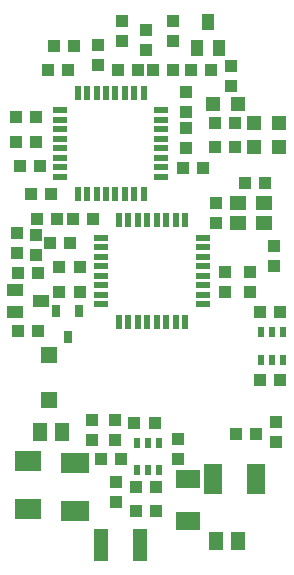
<source format=gbr>
G04 EAGLE Gerber RS-274X export*
G75*
%MOMM*%
%FSLAX34Y34*%
%LPD*%
%INSolderpaste Top*%
%IPPOS*%
%AMOC8*
5,1,8,0,0,1.08239X$1,22.5*%
G01*
%ADD10R,1.100000X1.000000*%
%ADD11R,1.000000X1.100000*%
%ADD12R,0.700000X1.000000*%
%ADD13R,1.270000X0.558800*%
%ADD14R,0.558800X1.270000*%
%ADD15R,1.400000X1.000000*%
%ADD16R,1.200000X1.200000*%
%ADD17R,2.160000X1.780000*%
%ADD18R,1.200000X2.800000*%
%ADD19R,0.600000X0.900000*%
%ADD20R,1.400000X1.200000*%
%ADD21R,1.300000X1.500000*%
%ADD22R,2.100000X1.500000*%
%ADD23R,2.400000X1.800000*%
%ADD24R,1.000000X1.400000*%
%ADD25R,1.500000X2.500000*%
%ADD26R,1.400000X1.400000*%


D10*
X32313Y452438D03*
X15313Y452438D03*
X156600Y430213D03*
X173600Y430213D03*
D11*
X84138Y533963D03*
X84138Y516963D03*
D10*
X79938Y387350D03*
X62938Y387350D03*
D11*
X125413Y546663D03*
X125413Y529663D03*
D12*
X58738Y287450D03*
X49238Y309450D03*
X68238Y309450D03*
D11*
X45013Y407988D03*
X28013Y407988D03*
X64063Y533400D03*
X47063Y533400D03*
X15313Y473075D03*
X32313Y473075D03*
X32775Y387350D03*
X49775Y387350D03*
X118038Y512763D03*
X101038Y512763D03*
D10*
X158750Y494275D03*
X158750Y477275D03*
X158750Y464113D03*
X158750Y447113D03*
D11*
X42300Y512763D03*
X59300Y512763D03*
X33900Y341313D03*
X16900Y341313D03*
D10*
X15875Y358213D03*
X15875Y375213D03*
D11*
X16900Y292100D03*
X33900Y292100D03*
X148200Y512763D03*
X131200Y512763D03*
D10*
X147638Y554600D03*
X147638Y537600D03*
D11*
X179950Y512763D03*
X162950Y512763D03*
D13*
X52324Y478850D03*
X52324Y470850D03*
X52324Y462850D03*
X52324Y454850D03*
X52324Y446850D03*
X52324Y438850D03*
X52324Y430850D03*
X52324Y422850D03*
D14*
X67250Y407924D03*
X75250Y407924D03*
X83250Y407924D03*
X91250Y407924D03*
X99250Y407924D03*
X107250Y407924D03*
X115250Y407924D03*
X123250Y407924D03*
D13*
X138176Y422850D03*
X138176Y430850D03*
X138176Y438850D03*
X138176Y446850D03*
X138176Y454850D03*
X138176Y462850D03*
X138176Y470850D03*
X138176Y478850D03*
D14*
X123250Y493776D03*
X115250Y493776D03*
X107250Y493776D03*
X99250Y493776D03*
X91250Y493776D03*
X83250Y493776D03*
X75250Y493776D03*
X67250Y493776D03*
D11*
X184150Y400613D03*
X184150Y383613D03*
D10*
X208988Y417513D03*
X225988Y417513D03*
D11*
X212725Y341875D03*
X212725Y324875D03*
X18488Y431800D03*
X35488Y431800D03*
X31750Y373625D03*
X31750Y356625D03*
D10*
X51825Y325438D03*
X68825Y325438D03*
D15*
X36400Y317500D03*
X14400Y308000D03*
X14400Y327000D03*
D11*
X200588Y447675D03*
X183588Y447675D03*
D16*
X216513Y447675D03*
X237513Y447675D03*
D11*
X200588Y468313D03*
X183588Y468313D03*
D16*
X216513Y468313D03*
X237513Y468313D03*
D11*
X133913Y139700D03*
X116913Y139700D03*
D10*
X68825Y346075D03*
X51825Y346075D03*
D11*
X192088Y324875D03*
X192088Y341875D03*
D17*
X25400Y182225D03*
X25400Y141525D03*
D10*
X196850Y499500D03*
X196850Y516500D03*
D16*
X202588Y484188D03*
X181588Y484188D03*
D18*
X119688Y111125D03*
X86688Y111125D03*
D11*
X152400Y183588D03*
X152400Y200588D03*
X115325Y214313D03*
X132325Y214313D03*
D10*
X98425Y199463D03*
X98425Y216463D03*
D11*
X104775Y537600D03*
X104775Y554600D03*
D13*
X173101Y314900D03*
X173101Y322900D03*
X173101Y330900D03*
X173101Y338900D03*
X173101Y346900D03*
X173101Y354900D03*
X173101Y362900D03*
X173101Y370900D03*
D14*
X158175Y385826D03*
X150175Y385826D03*
X142175Y385826D03*
X134175Y385826D03*
X126175Y385826D03*
X118175Y385826D03*
X110175Y385826D03*
X102175Y385826D03*
D13*
X87249Y370900D03*
X87249Y362900D03*
X87249Y354900D03*
X87249Y346900D03*
X87249Y338900D03*
X87249Y330900D03*
X87249Y322900D03*
X87249Y314900D03*
D14*
X102175Y299974D03*
X110175Y299974D03*
X118175Y299974D03*
X126175Y299974D03*
X134175Y299974D03*
X142175Y299974D03*
X150175Y299974D03*
X158175Y299974D03*
D19*
X222275Y267900D03*
X231775Y267900D03*
X241275Y267900D03*
X241275Y290900D03*
X231775Y290900D03*
X222275Y290900D03*
D11*
X238688Y307975D03*
X221688Y307975D03*
D10*
X233363Y364100D03*
X233363Y347100D03*
X221688Y250825D03*
X238688Y250825D03*
X43888Y366713D03*
X60888Y366713D03*
X234950Y214875D03*
X234950Y197875D03*
X201050Y204788D03*
X218050Y204788D03*
D19*
X136500Y197238D03*
X127000Y197238D03*
X117500Y197238D03*
X117500Y174238D03*
X127000Y174238D03*
X136500Y174238D03*
D11*
X133913Y160338D03*
X116913Y160338D03*
D20*
X203313Y383613D03*
X225313Y383613D03*
X225313Y400613D03*
X203313Y400613D03*
D21*
X184175Y114300D03*
X203175Y114300D03*
X53950Y206375D03*
X34950Y206375D03*
D22*
X160338Y131225D03*
X160338Y167225D03*
D23*
X65088Y180588D03*
X65088Y140088D03*
D24*
X177800Y553925D03*
X187300Y531925D03*
X168300Y531925D03*
D10*
X100013Y164075D03*
X100013Y147075D03*
X79375Y216463D03*
X79375Y199463D03*
X103750Y184150D03*
X86750Y184150D03*
D25*
X218525Y166688D03*
X181525Y166688D03*
D26*
X42863Y271413D03*
X42863Y233413D03*
M02*

</source>
